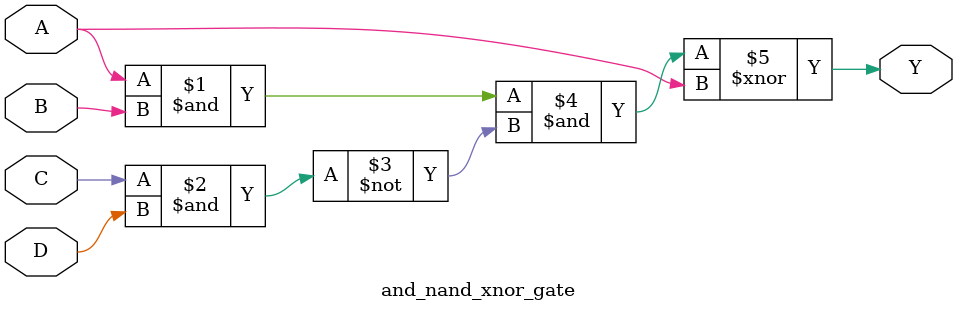
<source format=sv>
module and_nand_xnor_gate (
    input wire A, B, C, D,   // 输入A, B, C, D
    output wire Y            // 输出Y
);
    assign Y = (A & B) & ~(C & D) ~^ A;  // 与、与非和同或组合
endmodule

</source>
